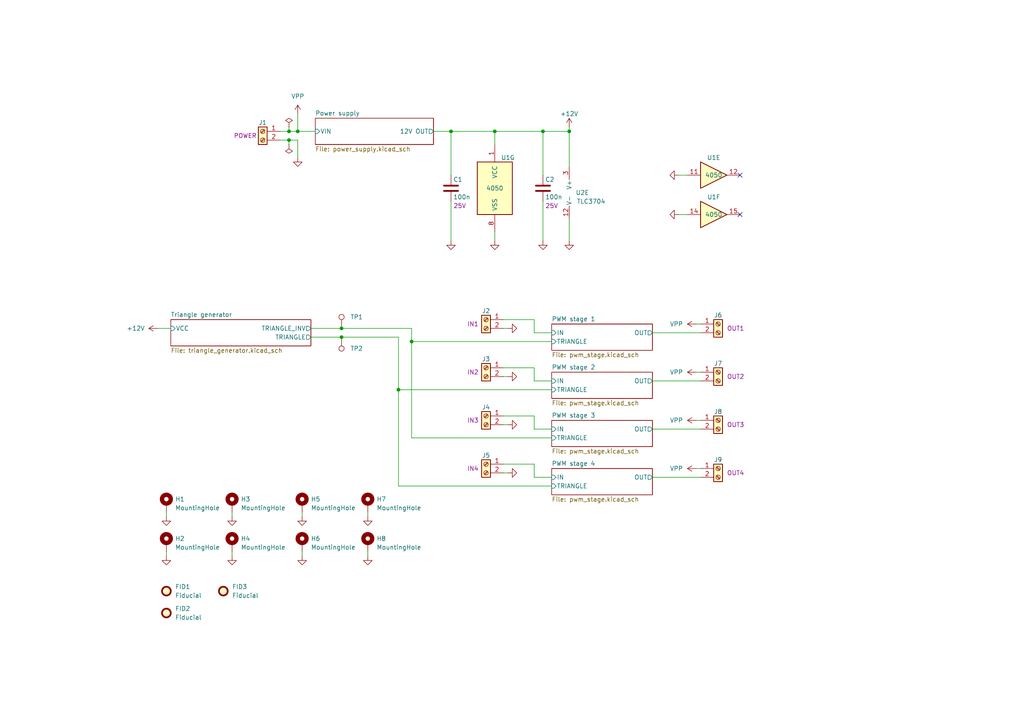
<source format=kicad_sch>
(kicad_sch (version 20230121) (generator eeschema)
  (paper "A4")
  (lib_symbols
    (symbol "4xxx:4050" (pin_names (offset 1.016))
      (property "Reference" "U" (at 0 1.27 0))
      (property "Value" "4050" (at 0 -1.27 0))
      (symbol "4050_1_0"
        (polyline (pts (xy -3.81 3.81) (xy -3.81 -3.81) (xy 3.81 0) (xy -3.81 3.81)) (stroke (width 0.254)) (fill (type background)))
        (pin output line (at 7.62 0 180) (length 3.81) (name "~") (number "2"))
        (pin input line (at -7.62 0 0) (length 3.81) (name "~") (number "3"))
      )
      (symbol "4050_2_0"
        (polyline (pts (xy -3.81 3.81) (xy -3.81 -3.81) (xy 3.81 0) (xy -3.81 3.81)) (stroke (width 0.254)) (fill (type background)))
        (pin output line (at 7.62 0 180) (length 3.81) (name "~") (number "4"))
        (pin input line (at -7.62 0 0) (length 3.81) (name "~") (number "5"))
      )
      (symbol "4050_3_0"
        (polyline (pts (xy -3.81 3.81) (xy -3.81 -3.81) (xy 3.81 0) (xy -3.81 3.81)) (stroke (width 0.254)) (fill (type background)))
        (pin output line (at 7.62 0 180) (length 3.81) (name "~") (number "6"))
        (pin input line (at -7.62 0 0) (length 3.81) (name "~") (number "7"))
      )
      (symbol "4050_4_0"
        (polyline (pts (xy -3.81 3.81) (xy -3.81 -3.81) (xy 3.81 0) (xy -3.81 3.81)) (stroke (width 0.254)) (fill (type background)))
        (pin output line (at 7.62 0 180) (length 3.81) (name "~") (number "10"))
        (pin input line (at -7.62 0 0) (length 3.81) (name "~") (number "9"))
      )
      (symbol "4050_5_0"
        (polyline (pts (xy -3.81 3.81) (xy -3.81 -3.81) (xy 3.81 0) (xy -3.81 3.81)) (stroke (width 0.254)) (fill (type background)))
        (pin input line (at -7.62 0 0) (length 3.81) (name "~") (number "11"))
        (pin output line (at 7.62 0 180) (length 3.81) (name "~") (number "12"))
      )
      (symbol "4050_6_0"
        (polyline (pts (xy -3.81 3.81) (xy -3.81 -3.81) (xy 3.81 0) (xy -3.81 3.81)) (stroke (width 0.254)) (fill (type background)))
        (pin input line (at -7.62 0 0) (length 3.81) (name "~") (number "14"))
        (pin output line (at 7.62 0 180) (length 3.81) (name "~") (number "15"))
      )
      (symbol "4050_7_0"
        (pin power_in line (at 0 12.7 270) (length 5.08) (name "VCC") (number "1"))
        (pin power_in line (at 0 -12.7 90) (length 5.08) (name "VSS") (number "8"))
      )
      (symbol "4050_7_1"
        (rectangle (start -5.08 7.62) (end 5.08 -7.62) (stroke (width 0.254)) (fill (type background)))
      )
    )
    (symbol "Comparator:LM339" (pin_names (offset 0.127))
      (property "Reference" "U" (at 0 5.08 0))
      (property "Value" "LM339" (at 0 -5.08 0))
      (symbol "LM339_1_1"
        (polyline (pts (xy -5.08 5.08) (xy 5.08 0) (xy -5.08 -5.08) (xy -5.08 5.08)) (stroke (width 0.254)) (fill (type background)))
        (polyline (pts (xy 3.302 -0.508) (xy 2.794 -0.508) (xy 3.302 0) (xy 2.794 0.508) (xy 2.286 0) (xy 2.794 -0.508) (xy 2.286 -0.508)) (stroke (width 0.127)))
        (pin open_collector line (at 7.62 0 180) (length 2.54) (name "~") (number "2"))
        (pin input line (at -7.62 -2.54 0) (length 2.54) (name "-") (number "4"))
        (pin input line (at -7.62 2.54 0) (length 2.54) (name "+") (number "5"))
      )
      (symbol "LM339_2_1"
        (polyline (pts (xy -5.08 5.08) (xy 5.08 0) (xy -5.08 -5.08) (xy -5.08 5.08)) (stroke (width 0.254)) (fill (type background)))
        (polyline (pts (xy 3.302 -0.508) (xy 2.794 -0.508) (xy 3.302 0) (xy 2.794 0.508) (xy 2.286 0) (xy 2.794 -0.508) (xy 2.286 -0.508)) (stroke (width 0.127)))
        (pin open_collector line (at 7.62 0 180) (length 2.54) (name "~") (number "1"))
        (pin input line (at -7.62 -2.54 0) (length 2.54) (name "-") (number "6"))
        (pin input line (at -7.62 2.54 0) (length 2.54) (name "+") (number "7"))
      )
      (symbol "LM339_3_1"
        (polyline (pts (xy -5.08 5.08) (xy 5.08 0) (xy -5.08 -5.08) (xy -5.08 5.08)) (stroke (width 0.254)) (fill (type background)))
        (polyline (pts (xy 3.302 -0.508) (xy 2.794 -0.508) (xy 3.302 0) (xy 2.794 0.508) (xy 2.286 0) (xy 2.794 -0.508) (xy 2.286 -0.508)) (stroke (width 0.127)))
        (pin input line (at -7.62 -2.54 0) (length 2.54) (name "-") (number "10"))
        (pin input line (at -7.62 2.54 0) (length 2.54) (name "+") (number "11"))
        (pin open_collector line (at 7.62 0 180) (length 2.54) (name "~") (number "13"))
      )
      (symbol "LM339_4_1"
        (polyline (pts (xy -5.08 5.08) (xy 5.08 0) (xy -5.08 -5.08) (xy -5.08 5.08)) (stroke (width 0.254)) (fill (type background)))
        (polyline (pts (xy 3.302 -0.508) (xy 2.794 -0.508) (xy 3.302 0) (xy 2.794 0.508) (xy 2.286 0) (xy 2.794 -0.508) (xy 2.286 -0.508)) (stroke (width 0.127)))
        (pin open_collector line (at 7.62 0 180) (length 2.54) (name "~") (number "14"))
        (pin input line (at -7.62 -2.54 0) (length 2.54) (name "-") (number "8"))
        (pin input line (at -7.62 2.54 0) (length 2.54) (name "+") (number "9"))
      )
      (symbol "LM339_5_1"
        (pin power_in line (at -2.54 -7.62 90) (length 3.81) (name "V-") (number "12"))
        (pin power_in line (at -2.54 7.62 270) (length 3.81) (name "V+") (number "3"))
      )
    )
    (symbol "Connector:Screw_Terminal_01x02" (pin_names (offset 1.016) hide)
      (property "Reference" "J" (at 0 2.54 0))
      (property "Value" "Screw_Terminal_01x02" (at 0 -5.08 0))
      (symbol "Screw_Terminal_01x02_1_1"
        (rectangle (start -1.27 1.27) (end 1.27 -3.81) (stroke (width 0.254)) (fill (type background)))
        (circle (center 0 -2.54) (radius 0.635) (stroke (width 0.1524)))
        (polyline (pts (xy -0.5334 -2.2098) (xy 0.3302 -3.048)) (stroke (width 0.1524)))
        (polyline (pts (xy -0.5334 0.3302) (xy 0.3302 -0.508)) (stroke (width 0.1524)))
        (polyline (pts (xy -0.3556 -2.032) (xy 0.508 -2.8702)) (stroke (width 0.1524)))
        (polyline (pts (xy -0.3556 0.508) (xy 0.508 -0.3302)) (stroke (width 0.1524)))
        (circle (center 0 0) (radius 0.635) (stroke (width 0.1524)))
        (pin passive line (at -5.08 0 0) (length 3.81) (name "Pin_1") (number "1"))
        (pin passive line (at -5.08 -2.54 0) (length 3.81) (name "Pin_2") (number "2"))
      )
    )
    (symbol "Connector:TestPoint" (pin_numbers hide) (pin_names (offset 0.762) hide)
      (property "Reference" "TP" (at 0 6.858 0))
      (property "Value" "TestPoint" (at 0 5.08 0))
      (symbol "TestPoint_0_1"
        (circle (center 0 3.302) (radius 0.762))
      )
      (symbol "TestPoint_1_1"
        (pin passive line (at 0 0 90) (length 2.54) (name "1") (number "1"))
      )
    )
    (symbol "Device:C" (pin_numbers hide) (pin_names (offset 0.254))
      (property "Reference" "C" (at 0.635 2.54 0))
      (property "Value" "C" (at 0.635 -2.54 0))
      (symbol "C_0_1"
        (polyline (pts (xy -2.032 -0.762) (xy 2.032 -0.762)) (stroke (width 0.508)))
        (polyline (pts (xy -2.032 0.762) (xy 2.032 0.762)) (stroke (width 0.508)))
      )
      (symbol "C_1_1"
        (pin passive line (at 0 3.81 270) (length 2.794) (name "~") (number "1"))
        (pin passive line (at 0 -3.81 90) (length 2.794) (name "~") (number "2"))
      )
    )
    (symbol "Mechanical:Fiducial"
      (property "Reference" "FID" (at 0 5.08 0))
      (property "Value" "Fiducial" (at 0 3.175 0))
      (symbol "Fiducial_0_1"
        (circle (center 0 0) (radius 1.27) (stroke (width 0.508)) (fill (type background)))
      )
    )
    (symbol "Mechanical:MountingHole_Pad" (pin_numbers hide) (pin_names (offset 1.016) hide)
      (property "Reference" "H" (at 0 6.35 0))
      (property "Value" "MountingHole_Pad" (at 0 4.445 0))
      (symbol "MountingHole_Pad_0_1"
        (circle (center 0 1.27) (radius 1.27) (stroke (width 1.27)))
      )
      (symbol "MountingHole_Pad_1_1"
        (pin input line (at 0 -2.54 90) (length 2.54) (name "1") (number "1"))
      )
    )
    (symbol "power:+12V" (power) (pin_names (offset 0))
      (property "Value" "+12V" (at 0 3.556 0))
      (symbol "+12V_0_1"
        (polyline (pts (xy -0.762 1.27) (xy 0 2.54)))
        (polyline (pts (xy 0 0) (xy 0 2.54)))
        (polyline (pts (xy 0 2.54) (xy 0.762 1.27)))
      )
      (symbol "+12V_1_1"
        (pin power_in line (at 0 0 90) (length 0) hide (name "+12V") (number "1"))
      )
    )
    (symbol "power:GND" (power) (pin_names (offset 0))
      (property "Value" "GND" (at 0 -3.81 0))
      (symbol "GND_0_1"
        (polyline (pts (xy 0 0) (xy 0 -1.27) (xy 1.27 -1.27) (xy 0 -2.54) (xy -1.27 -1.27) (xy 0 -1.27)))
      )
      (symbol "GND_1_1"
        (pin power_in line (at 0 0 270) (length 0) hide (name "GND") (number "1"))
      )
    )
    (symbol "power:PWR_FLAG" (power) (pin_numbers hide) (pin_names (offset 0) hide)
      (property "Value" "PWR_FLAG" (at 0 3.81 0))
      (symbol "PWR_FLAG_0_0"
        (pin power_out line (at 0 0 90) (length 0) (name "pwr") (number "1"))
      )
      (symbol "PWR_FLAG_0_1"
        (polyline (pts (xy 0 0) (xy 0 1.27) (xy -1.016 1.905) (xy 0 2.54) (xy 1.016 1.905) (xy 0 1.27)))
      )
    )
    (symbol "power:VPP" (power) (pin_names (offset 0))
      (property "Value" "VPP" (at 0 3.81 0))
      (symbol "VPP_0_1"
        (polyline (pts (xy -0.762 1.27) (xy 0 2.54)))
        (polyline (pts (xy 0 0) (xy 0 2.54)))
        (polyline (pts (xy 0 2.54) (xy 0.762 1.27)))
      )
      (symbol "VPP_1_1"
        (pin power_in line (at 0 0 90) (length 0) hide (name "VPP") (number "1"))
      )
    )
  )
  (junction (at 99.06 97.79))
  (junction (at 115.57 113.03))
  (junction (at 86.36 38.1))
  (junction (at 165.1 38.1))
  (junction (at 119.38 99.06))
  (junction (at 99.06 95.25))
  (junction (at 143.51 38.1))
  (junction (at 157.48 38.1))
  (junction (at 83.82 40.64))
  (junction (at 130.81 38.1))
  (junction (at 83.82 38.1))
  (no_connect (at 214.63 62.23))
  (no_connect (at 214.63 50.8))
  (wire (pts (xy 86.36 38.1) (xy 91.44 38.1)))
  (wire (pts (xy 90.17 97.79) (xy 99.06 97.79)))
  (wire (pts (xy 83.82 36.83) (xy 83.82 38.1)))
  (wire (pts (xy 119.38 99.06) (xy 160.02 99.06)))
  (wire (pts (xy 87.63 160.02) (xy 87.63 161.29)))
  (wire (pts (xy 143.51 38.1) (xy 143.51 41.91)))
  (wire (pts (xy 157.48 38.1) (xy 165.1 38.1)))
  (wire (pts (xy 154.94 124.46) (xy 160.02 124.46)))
  (wire (pts (xy 119.38 127) (xy 160.02 127)))
  (wire (pts (xy 154.94 92.71) (xy 154.94 96.52)))
  (wire (pts (xy 99.06 95.25) (xy 119.38 95.25)))
  (wire (pts (xy 146.05 123.19) (xy 147.32 123.19)))
  (wire (pts (xy 48.26 160.02) (xy 48.26 161.29)))
  (wire (pts (xy 67.31 148.59) (xy 67.31 149.86)))
  (wire (pts (xy 86.36 45.72) (xy 86.36 40.64)))
  (wire (pts (xy 83.82 38.1) (xy 86.36 38.1)))
  (wire (pts (xy 106.68 160.02) (xy 106.68 161.29)))
  (wire (pts (xy 125.73 38.1) (xy 130.81 38.1)))
  (wire (pts (xy 196.85 62.23) (xy 199.39 62.23)))
  (wire (pts (xy 189.23 96.52) (xy 203.2 96.52)))
  (wire (pts (xy 115.57 97.79) (xy 115.57 113.03)))
  (wire (pts (xy 154.94 106.68) (xy 154.94 110.49)))
  (wire (pts (xy 106.68 148.59) (xy 106.68 149.86)))
  (wire (pts (xy 201.93 121.92) (xy 203.2 121.92)))
  (wire (pts (xy 165.1 36.83) (xy 165.1 38.1)))
  (wire (pts (xy 83.82 40.64) (xy 81.28 40.64)))
  (wire (pts (xy 45.72 95.25) (xy 49.53 95.25)))
  (wire (pts (xy 130.81 38.1) (xy 143.51 38.1)))
  (wire (pts (xy 165.1 63.5) (xy 165.1 69.85)))
  (wire (pts (xy 201.93 135.89) (xy 203.2 135.89)))
  (wire (pts (xy 154.94 110.49) (xy 160.02 110.49)))
  (wire (pts (xy 154.94 134.62) (xy 154.94 138.43)))
  (wire (pts (xy 146.05 120.65) (xy 154.94 120.65)))
  (wire (pts (xy 115.57 140.97) (xy 160.02 140.97)))
  (wire (pts (xy 189.23 138.43) (xy 203.2 138.43)))
  (wire (pts (xy 115.57 113.03) (xy 160.02 113.03)))
  (wire (pts (xy 83.82 41.91) (xy 83.82 40.64)))
  (wire (pts (xy 86.36 33.02) (xy 86.36 38.1)))
  (wire (pts (xy 154.94 138.43) (xy 160.02 138.43)))
  (wire (pts (xy 146.05 106.68) (xy 154.94 106.68)))
  (wire (pts (xy 119.38 95.25) (xy 119.38 99.06)))
  (wire (pts (xy 90.17 95.25) (xy 99.06 95.25)))
  (wire (pts (xy 87.63 148.59) (xy 87.63 149.86)))
  (wire (pts (xy 81.28 38.1) (xy 83.82 38.1)))
  (wire (pts (xy 154.94 120.65) (xy 154.94 124.46)))
  (wire (pts (xy 196.85 50.8) (xy 199.39 50.8)))
  (wire (pts (xy 146.05 137.16) (xy 147.32 137.16)))
  (wire (pts (xy 201.93 93.98) (xy 203.2 93.98)))
  (wire (pts (xy 146.05 92.71) (xy 154.94 92.71)))
  (wire (pts (xy 201.93 107.95) (xy 203.2 107.95)))
  (wire (pts (xy 146.05 109.22) (xy 147.32 109.22)))
  (wire (pts (xy 67.31 160.02) (xy 67.31 161.29)))
  (wire (pts (xy 189.23 124.46) (xy 203.2 124.46)))
  (wire (pts (xy 146.05 95.25) (xy 147.32 95.25)))
  (wire (pts (xy 165.1 38.1) (xy 165.1 48.26)))
  (wire (pts (xy 157.48 58.42) (xy 157.48 69.85)))
  (wire (pts (xy 99.06 97.79) (xy 115.57 97.79)))
  (wire (pts (xy 115.57 113.03) (xy 115.57 140.97)))
  (wire (pts (xy 146.05 134.62) (xy 154.94 134.62)))
  (wire (pts (xy 130.81 58.42) (xy 130.81 69.85)))
  (wire (pts (xy 48.26 148.59) (xy 48.26 149.86)))
  (wire (pts (xy 154.94 96.52) (xy 160.02 96.52)))
  (wire (pts (xy 130.81 38.1) (xy 130.81 50.8)))
  (wire (pts (xy 189.23 110.49) (xy 203.2 110.49)))
  (wire (pts (xy 119.38 99.06) (xy 119.38 127)))
  (wire (pts (xy 86.36 40.64) (xy 83.82 40.64)))
  (wire (pts (xy 143.51 67.31) (xy 143.51 69.85)))
  (wire (pts (xy 143.51 38.1) (xy 157.48 38.1)))
  (wire (pts (xy 157.48 38.1) (xy 157.48 50.8)))
  (symbol (lib_id "Device:C") (at 130.81 54.61 0) (unit 1)
    (property "Reference" "C1" (at 131.445 52.07 0) (effects (justify left)))
    (property "Value" "100n" (at 131.445 57.15 0) (effects (justify left)))
    (property "Footprint" "Capacitor_SMD:C_0805_2012Metric" (effects hide))
    (property "Info" "25V" (at 133.35 59.69 0))
  )
  (symbol (lib_id "Mechanical:MountingHole_Pad") (at 87.63 157.48 0) (unit 1)
    (property "Reference" "H6" (at 90.17 156.21 0) (effects (justify left)))
    (property "Value" "MountingHole" (at 90.17 158.75 0) (effects (justify left)))
    (property "Footprint" "MountingHole:MountingHole_3.2mm_M3_DIN965_Pad" (effects hide))
  )
  (symbol (lib_id "power:GND") (at 143.51 69.85 0) (unit 1)
    (property "Reference" "#PWR013" (effects hide))
    (property "Value" "GND" (effects hide))
  )
  (symbol (lib_id "Connector:Screw_Terminal_01x02") (at 140.97 120.65 0) (mirror y) (unit 1)
    (property "Reference" "J4" (at 140.97 118.11 0))
    (property "Value" "Screw_Terminal_01x02" (effects hide))
    (property "Footprint" "TerminalBlock_Philmore:TerminalBlock_Philmore_TB132_1x02_P5.00mm_Horizontal" (effects hide))
    (property "Purpose" "IN3" (at 137.16 121.92 0))
  )
  (symbol (lib_id "power:VPP") (at 201.93 93.98 90) (unit 1)
    (property "Reference" "#PWR023" (effects hide))
    (property "Value" "VPP" (at 198.12 93.98 90) (effects (justify left)))
  )
  (symbol (lib_id "Mechanical:MountingHole_Pad") (at 67.31 146.05 0) (unit 1)
    (property "Reference" "H3" (at 69.85 144.78 0) (effects (justify left)))
    (property "Value" "MountingHole" (at 69.85 147.32 0) (effects (justify left)))
    (property "Footprint" "MountingHole:MountingHole_3.2mm_M3_DIN965_Pad" (effects hide))
  )
  (symbol (lib_id "Connector:Screw_Terminal_01x02") (at 208.28 107.95 0) (unit 1)
    (property "Reference" "J7" (at 208.28 105.41 0))
    (property "Value" "Screw_Terminal_01x02" (effects hide))
    (property "Footprint" "TerminalBlock_Philmore:TerminalBlock_Philmore_TB132_1x02_P5.00mm_Horizontal" (effects hide))
    (property "Purpose" "OUT2" (at 213.36 109.22 0))
  )
  (symbol (lib_id "power:GND") (at 147.32 137.16 90) (unit 1)
    (property "Reference" "#PWR017" (effects hide))
    (property "Value" "GND" (effects hide))
  )
  (symbol (lib_id "power:+12V") (at 165.1 36.83 0) (unit 1)
    (property "Reference" "#PWR019" (effects hide))
    (property "Value" "+12V" (at 165.1 33.02 0))
  )
  (symbol (lib_id "power:GND") (at 48.26 149.86 0) (unit 1)
    (property "Reference" "#PWR02" (effects hide))
    (property "Value" "GND" (effects hide))
  )
  (symbol (lib_id "Connector:Screw_Terminal_01x02") (at 76.2 38.1 0) (mirror y) (unit 1)
    (property "Reference" "J1" (at 76.2 35.56 0))
    (property "Value" "Screw_Terminal_01x02" (effects hide))
    (property "Footprint" "TerminalBlock_Philmore:TerminalBlock_Philmore_TB132_1x02_P5.00mm_Horizontal" (effects hide))
    (property "Purpose" "POWER" (at 71.12 39.37 0))
  )
  (symbol (lib_id "power:GND") (at 106.68 149.86 0) (unit 1)
    (property "Reference" "#PWR010" (effects hide))
    (property "Value" "GND" (effects hide))
  )
  (symbol (lib_id "Mechanical:MountingHole_Pad") (at 87.63 146.05 0) (unit 1)
    (property "Reference" "H5" (at 90.17 144.78 0) (effects (justify left)))
    (property "Value" "MountingHole" (at 90.17 147.32 0) (effects (justify left)))
    (property "Footprint" "MountingHole:MountingHole_3.2mm_M3_DIN965_Pad" (effects hide))
  )
  (symbol (lib_id "Connector:TestPoint") (at 99.06 97.79 180) (unit 1)
    (property "Reference" "TP2" (at 101.6 101.092 0) (effects (justify right)))
    (property "Value" "TestPoint" (effects hide))
    (property "Footprint" "TestPoint:TestPoint_THTPad_D2.0mm_Drill1.0mm" (effects hide))
  )
  (symbol (lib_id "Connector:Screw_Terminal_01x02") (at 208.28 93.98 0) (unit 1)
    (property "Reference" "J6" (at 208.28 91.44 0))
    (property "Value" "Screw_Terminal_01x02" (effects hide))
    (property "Footprint" "TerminalBlock_Philmore:TerminalBlock_Philmore_TB132_1x02_P5.00mm_Horizontal" (effects hide))
    (property "Purpose" "OUT1" (at 213.36 95.25 0))
  )
  (symbol (lib_id "power:GND") (at 196.85 50.8 270) (unit 1)
    (property "Reference" "#PWR021" (effects hide))
    (property "Value" "GND" (effects hide))
  )
  (symbol (lib_id "power:GND") (at 147.32 95.25 90) (unit 1)
    (property "Reference" "#PWR014" (effects hide))
    (property "Value" "GND" (effects hide))
  )
  (symbol (lib_id "power:GND") (at 86.36 45.72 0) (unit 1)
    (property "Reference" "#PWR07" (effects hide))
    (property "Value" "GND" (effects hide))
  )
  (symbol (lib_id "4xxx:4050") (at 143.51 54.61 0) (unit 7)
    (property "Reference" "U1" (at 147.32 45.72 0))
    (property "Value" "4050" (at 143.51 54.61 0))
    (property "Footprint" "Package_SO:SOIC-16_3.9x9.9mm_P1.27mm" (effects hide))
    (property "Datasheet" "http://www.intersil.com/content/dam/intersil/documents/cd40/cd4050bms.pdf" (effects hide))
  )
  (symbol (lib_id "Connector:Screw_Terminal_01x02") (at 140.97 92.71 0) (mirror y) (unit 1)
    (property "Reference" "J2" (at 140.97 90.17 0))
    (property "Value" "Screw_Terminal_01x02" (effects hide))
    (property "Footprint" "TerminalBlock_Philmore:TerminalBlock_Philmore_TB132_1x02_P5.00mm_Horizontal" (effects hide))
    (property "Purpose" "IN1" (at 137.16 93.98 0))
  )
  (symbol (lib_id "Mechanical:MountingHole_Pad") (at 48.26 157.48 0) (unit 1)
    (property "Reference" "H2" (at 50.8 156.21 0) (effects (justify left)))
    (property "Value" "MountingHole" (at 50.8 158.75 0) (effects (justify left)))
    (property "Footprint" "MountingHole:MountingHole_3.2mm_M3_DIN965_Pad" (effects hide))
  )
  (symbol (lib_id "power:GND") (at 130.81 69.85 0) (unit 1)
    (property "Reference" "#PWR012" (effects hide))
    (property "Value" "GND" (effects hide))
  )
  (symbol (lib_id "Mechanical:MountingHole_Pad") (at 106.68 146.05 0) (unit 1)
    (property "Reference" "H7" (at 109.22 144.78 0) (effects (justify left)))
    (property "Value" "MountingHole" (at 109.22 147.32 0) (effects (justify left)))
    (property "Footprint" "MountingHole:MountingHole_3.2mm_M3_DIN965_Pad" (effects hide))
  )
  (symbol (lib_id "power:PWR_FLAG") (at 83.82 41.91 180) (unit 1)
    (property "Reference" "#FLG02" (effects hide))
    (property "Value" "PWR_FLAG" (effects hide))
  )
  (symbol (lib_id "power:PWR_FLAG") (at 83.82 36.83 0) (unit 1)
    (property "Reference" "#FLG01" (effects hide))
    (property "Value" "PWR_FLAG" (effects hide))
  )
  (symbol (lib_id "power:GND") (at 147.32 109.22 90) (unit 1)
    (property "Reference" "#PWR015" (effects hide))
    (property "Value" "GND" (effects hide))
  )
  (symbol (lib_id "Connector:Screw_Terminal_01x02") (at 208.28 135.89 0) (unit 1)
    (property "Reference" "J9" (at 208.28 133.35 0))
    (property "Value" "Screw_Terminal_01x02" (effects hide))
    (property "Footprint" "TerminalBlock_Philmore:TerminalBlock_Philmore_TB132_1x02_P5.00mm_Horizontal" (effects hide))
    (property "Purpose" "OUT4" (at 213.36 137.16 0))
  )
  (symbol (lib_id "Mechanical:Fiducial") (at 64.77 171.45 0) (unit 1)
    (property "Reference" "FID3" (at 67.31 170.18 0) (effects (justify left)))
    (property "Value" "Fiducial" (at 67.31 172.72 0) (effects (justify left)))
    (property "Footprint" "Fiducial:Fiducial_1mm_Mask2mm" (effects hide))
  )
  (symbol (lib_id "power:GND") (at 106.68 161.29 0) (unit 1)
    (property "Reference" "#PWR011" (effects hide))
    (property "Value" "GND" (effects hide))
  )
  (symbol (lib_id "power:GND") (at 87.63 161.29 0) (unit 1)
    (property "Reference" "#PWR09" (effects hide))
    (property "Value" "GND" (effects hide))
  )
  (symbol (lib_id "4xxx:4050") (at 207.01 50.8 0) (unit 5)
    (property "Reference" "U1" (at 207.01 45.72 0))
    (property "Value" "4050" (at 207.01 50.8 0))
    (property "Footprint" "Package_SO:SOIC-16_3.9x9.9mm_P1.27mm" (effects hide))
    (property "Datasheet" "http://www.intersil.com/content/dam/intersil/documents/cd40/cd4050bms.pdf" (effects hide))
  )
  (symbol (lib_id "Device:C") (at 157.48 54.61 0) (unit 1)
    (property "Reference" "C2" (at 158.115 52.07 0) (effects (justify left)))
    (property "Value" "100n" (at 158.115 57.15 0) (effects (justify left)))
    (property "Footprint" "Capacitor_SMD:C_0805_2012Metric" (effects hide))
    (property "Info" "25V" (at 160.02 59.69 0))
  )
  (symbol (lib_id "Connector:Screw_Terminal_01x02") (at 208.28 121.92 0) (unit 1)
    (property "Reference" "J8" (at 208.28 119.38 0))
    (property "Value" "Screw_Terminal_01x02" (effects hide))
    (property "Footprint" "TerminalBlock_Philmore:TerminalBlock_Philmore_TB132_1x02_P5.00mm_Horizontal" (effects hide))
    (property "Purpose" "OUT3" (at 213.36 123.19 0))
  )
  (symbol (lib_id "Mechanical:MountingHole_Pad") (at 48.26 146.05 0) (unit 1)
    (property "Reference" "H1" (at 50.8 144.78 0) (effects (justify left)))
    (property "Value" "MountingHole" (at 50.8 147.32 0) (effects (justify left)))
    (property "Footprint" "MountingHole:MountingHole_3.2mm_M3_DIN965_Pad" (effects hide))
  )
  (symbol (lib_id "Mechanical:Fiducial") (at 48.26 171.45 0) (unit 1)
    (property "Reference" "FID1" (at 50.8 170.18 0) (effects (justify left)))
    (property "Value" "Fiducial" (at 50.8 172.72 0) (effects (justify left)))
    (property "Footprint" "Fiducial:Fiducial_1mm_Mask2mm" (effects hide))
  )
  (symbol (lib_id "power:GND") (at 67.31 161.29 0) (unit 1)
    (property "Reference" "#PWR05" (effects hide))
    (property "Value" "GND" (effects hide))
  )
  (symbol (lib_id "power:GND") (at 165.1 69.85 0) (unit 1)
    (property "Reference" "#PWR020" (effects hide))
    (property "Value" "GND" (effects hide))
  )
  (symbol (lib_id "Mechanical:MountingHole_Pad") (at 67.31 157.48 0) (unit 1)
    (property "Reference" "H4" (at 69.85 156.21 0) (effects (justify left)))
    (property "Value" "MountingHole" (at 69.85 158.75 0) (effects (justify left)))
    (property "Footprint" "MountingHole:MountingHole_3.2mm_M3_DIN965_Pad" (effects hide))
  )
  (symbol (lib_id "Mechanical:MountingHole_Pad") (at 106.68 157.48 0) (unit 1)
    (property "Reference" "H8" (at 109.22 156.21 0) (effects (justify left)))
    (property "Value" "MountingHole" (at 109.22 158.75 0) (effects (justify left)))
    (property "Footprint" "MountingHole:MountingHole_3.2mm_M3_DIN965_Pad" (effects hide))
  )
  (symbol (lib_id "power:GND") (at 196.85 62.23 270) (unit 1)
    (property "Reference" "#PWR022" (effects hide))
    (property "Value" "GND" (effects hide))
  )
  (symbol (lib_id "power:GND") (at 48.26 161.29 0) (unit 1)
    (property "Reference" "#PWR03" (effects hide))
    (property "Value" "GND" (effects hide))
  )
  (symbol (lib_id "4xxx:4050") (at 207.01 62.23 0) (unit 6)
    (property "Reference" "U1" (at 207.01 57.15 0))
    (property "Value" "4050" (at 207.01 62.23 0))
    (property "Footprint" "Package_SO:SOIC-16_3.9x9.9mm_P1.27mm" (effects hide))
    (property "Datasheet" "http://www.intersil.com/content/dam/intersil/documents/cd40/cd4050bms.pdf" (effects hide))
  )
  (symbol (lib_id "power:VPP") (at 201.93 135.89 90) (unit 1)
    (property "Reference" "#PWR026" (effects hide))
    (property "Value" "VPP" (at 198.12 135.89 90) (effects (justify left)))
  )
  (symbol (lib_id "power:VPP") (at 201.93 107.95 90) (unit 1)
    (property "Reference" "#PWR024" (effects hide))
    (property "Value" "VPP" (at 198.12 107.95 90) (effects (justify left)))
  )
  (symbol (lib_id "Connector:TestPoint") (at 99.06 95.25 0) (unit 1)
    (property "Reference" "TP1" (at 101.6 91.948 0) (effects (justify left)))
    (property "Value" "TestPoint" (effects hide))
    (property "Footprint" "TestPoint:TestPoint_THTPad_D2.0mm_Drill1.0mm" (effects hide))
  )
  (symbol (lib_id "Mechanical:Fiducial") (at 48.26 177.8 0) (unit 1)
    (property "Reference" "FID2" (at 50.8 176.53 0) (effects (justify left)))
    (property "Value" "Fiducial" (at 50.8 179.07 0) (effects (justify left)))
    (property "Footprint" "Fiducial:Fiducial_1mm_Mask2mm" (effects hide))
  )
  (symbol (lib_id "Connector:Screw_Terminal_01x02") (at 140.97 106.68 0) (mirror y) (unit 1)
    (property "Reference" "J3" (at 140.97 104.14 0))
    (property "Value" "Screw_Terminal_01x02" (effects hide))
    (property "Footprint" "TerminalBlock_Philmore:TerminalBlock_Philmore_TB132_1x02_P5.00mm_Horizontal" (effects hide))
    (property "Purpose" "IN2" (at 137.16 107.95 0))
  )
  (symbol (lib_id "Comparator:LM339") (at 167.64 55.88 0) (unit 5)
    (property "Reference" "U2" (at 168.91 55.88 0))
    (property "Value" "TLC3704" (at 171.45 58.42 0))
    (property "Footprint" "Package_SO:SOIC-14_3.9x8.7mm_P1.27mm" (effects hide))
    (property "Datasheet" "https://www.st.com/resource/en/datasheet/lm139.pdf" (effects hide))
  )
  (symbol (lib_id "power:+12V") (at 45.72 95.25 90) (unit 1)
    (property "Reference" "#PWR01" (effects hide))
    (property "Value" "+12V" (at 39.37 95.25 90))
  )
  (symbol (lib_id "power:GND") (at 147.32 123.19 90) (unit 1)
    (property "Reference" "#PWR016" (effects hide))
    (property "Value" "GND" (effects hide))
  )
  (symbol (lib_id "power:GND") (at 157.48 69.85 0) (unit 1)
    (property "Reference" "#PWR018" (effects hide))
    (property "Value" "GND" (effects hide))
  )
  (symbol (lib_id "Connector:Screw_Terminal_01x02") (at 140.97 134.62 0) (mirror y) (unit 1)
    (property "Reference" "J5" (at 140.97 132.08 0))
    (property "Value" "Screw_Terminal_01x02" (effects hide))
    (property "Footprint" "TerminalBlock_Philmore:TerminalBlock_Philmore_TB132_1x02_P5.00mm_Horizontal" (effects hide))
    (property "Purpose" "IN4" (at 137.16 135.89 0))
  )
  (symbol (lib_id "power:VPP") (at 86.36 33.02 0) (unit 1)
    (property "Reference" "#PWR06" (effects hide))
    (property "Value" "VPP" (at 86.36 27.94 0))
  )
  (symbol (lib_id "power:GND") (at 87.63 149.86 0) (unit 1)
    (property "Reference" "#PWR08" (effects hide))
    (property "Value" "GND" (effects hide))
  )
  (symbol (lib_id "power:GND") (at 67.31 149.86 0) (unit 1)
    (property "Reference" "#PWR04" (effects hide))
    (property "Value" "GND" (effects hide))
  )
  (symbol (lib_id "power:VPP") (at 201.93 121.92 90) (unit 1)
    (property "Reference" "#PWR025" (effects hide))
    (property "Value" "VPP" (at 198.12 121.92 90) (effects (justify left)))
  )
  (sheet (at 91.44 34.29) (size 34.29 7.62) (stroke (width 0.1524))
    (property "Sheetname" "Power supply" (at 91.44 33.5784 0) (effects (justify left bottom)))
    (property "Sheetfile" "power_supply.kicad_sch" (at 91.44 42.4946 0) (effects (justify left top)))
    (pin "VIN" input (at 91.44 38.1 180))
    (pin "12V OUT" output (at 125.73 38.1 0))
  )
  (sheet (at 160.02 93.98) (size 29.21 7.62) (stroke (width 0.1524))
    (property "Sheetname" "PWM stage 1" (at 160.02 93.2684 0) (effects (justify left bottom)))
    (property "Sheetfile" "pwm_stage.kicad_sch" (at 160.02 102.1846 0) (effects (justify left top)))
    (pin "IN" input (at 160.02 96.52 180))
    (pin "TRIANGLE" input (at 160.02 99.06 180))
    (pin "OUT" output (at 189.23 96.52 0))
  )
  (sheet (at 160.02 107.95) (size 29.21 7.62) (stroke (width 0.1524))
    (property "Sheetname" "PWM stage 2" (at 160.02 107.2384 0) (effects (justify left bottom)))
    (property "Sheetfile" "pwm_stage.kicad_sch" (at 160.02 116.1546 0) (effects (justify left top)))
    (pin "IN" input (at 160.02 110.49 180))
    (pin "TRIANGLE" input (at 160.02 113.03 180))
    (pin "OUT" output (at 189.23 110.49 0))
  )
  (sheet (at 160.02 135.89) (size 29.21 7.62) (stroke (width 0.1524))
    (property "Sheetname" "PWM stage 4" (at 160.02 135.1784 0) (effects (justify left bottom)))
    (property "Sheetfile" "pwm_stage.kicad_sch" (at 160.02 144.0946 0) (effects (justify left top)))
    (pin "IN" input (at 160.02 138.43 180))
    (pin "TRIANGLE" input (at 160.02 140.97 180))
    (pin "OUT" output (at 189.23 138.43 0))
  )
  (sheet (at 160.02 121.92) (size 29.21 7.62) (stroke (width 0.1524))
    (property "Sheetname" "PWM stage 3" (at 160.02 121.2084 0) (effects (justify left bottom)))
    (property "Sheetfile" "pwm_stage.kicad_sch" (at 160.02 130.1246 0) (effects (justify left top)))
    (pin "IN" input (at 160.02 124.46 180))
    (pin "TRIANGLE" input (at 160.02 127 180))
    (pin "OUT" output (at 189.23 124.46 0))
  )
  (sheet (at 49.53 92.71) (size 40.64 7.62) (stroke (width 0.1524))
    (property "Sheetname" "Triangle generator" (at 49.53 91.9984 0) (effects (justify left bottom)))
    (property "Sheetfile" "triangle_generator.kicad_sch" (at 49.53 100.9146 0) (effects (justify left top)))
    (pin "TRIANGLE_INV" output (at 90.17 95.25 0))
    (pin "TRIANGLE" output (at 90.17 97.79 0))
    (pin "VCC" input (at 49.53 95.25 180))
  )
)
</source>
